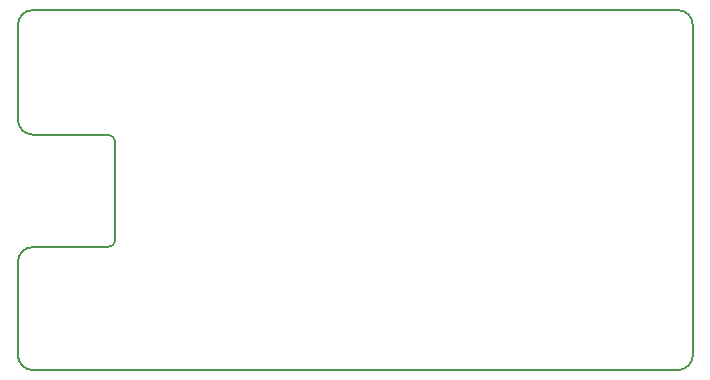
<source format=gbr>
G04 #@! TF.FileFunction,Profile,NP*
%FSLAX46Y46*%
G04 Gerber Fmt 4.6, Leading zero omitted, Abs format (unit mm)*
G04 Created by KiCad (PCBNEW 4.0.7) date 03/26/18 16:44:32*
%MOMM*%
%LPD*%
G01*
G04 APERTURE LIST*
%ADD10C,0.100000*%
%ADD11C,0.150000*%
G04 APERTURE END LIST*
D10*
D11*
X149860000Y-96901000D02*
X149860000Y-104775000D01*
X149860000Y-84836000D02*
X149860000Y-76835000D01*
X205740000Y-75565000D02*
X151130000Y-75565000D01*
X207010000Y-104775000D02*
X207010000Y-76835000D01*
X151130000Y-106045000D02*
X205740000Y-106045000D01*
X207010000Y-104775000D02*
G75*
G02X205740000Y-106045000I-1270000J0D01*
G01*
X149860000Y-76835000D02*
G75*
G02X151130000Y-75565000I1270000J0D01*
G01*
X205740000Y-75565000D02*
G75*
G02X207010000Y-76835000I0J-1270000D01*
G01*
X151130000Y-106045000D02*
G75*
G02X149860000Y-104775000I0J1270000D01*
G01*
X157480000Y-95631000D02*
X151130000Y-95631000D01*
X158115000Y-86741000D02*
X158115000Y-94996000D01*
X151130000Y-86106000D02*
X157480000Y-86106000D01*
X157480000Y-95631000D02*
G75*
G03X158115000Y-94996000I0J635000D01*
G01*
X158115000Y-86741000D02*
G75*
G03X157480000Y-86106000I-635000J0D01*
G01*
X151130000Y-95631000D02*
G75*
G03X149860000Y-96901000I0J-1270000D01*
G01*
X149860000Y-84836000D02*
G75*
G03X151130000Y-86106000I1270000J0D01*
G01*
M02*

</source>
